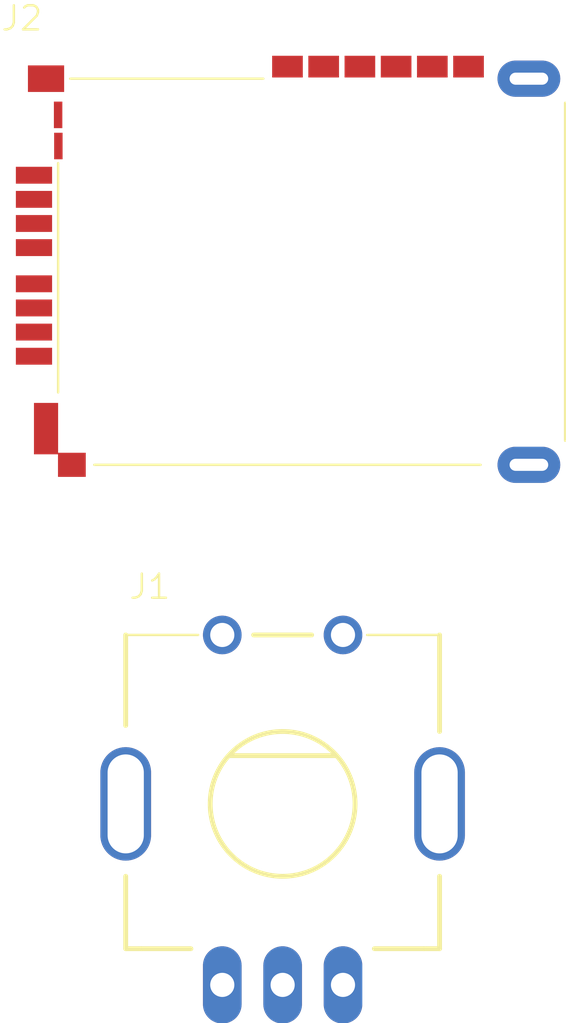
<source format=kicad_pcb>
(kicad_pcb (version 20241229) (generator "pcbnew") (generator_version "9.0")
  (layers (0 "F.Cu" signal) (2 "B.Cu" signal) (13 "F.Paste" user) (15 "B.Paste" user) (5 "F.SilkS" user "F.Silkscreen") (7 "B.SilkS" user "B.Silkscreen") (1 "F.Mask" user) (3 "B.Mask" user) (25 "Edge.Cuts" user))
  (net 0 "")
  (footprint "parts_b1_vohnouta24:encoder" (layer "F.Cu") (at 171.3 105.55)
    (property "Reference" "J1" (at -5.5 -9 0) (layer "F.SilkS") (effects (font (thickness 0.1))))
    (property "Value" "encoder")
    (fp_line (start -6.5 -7) (end -6.5 -3.25) (stroke (width 0.2)) (layer "F.SilkS"))
    (fp_line (start -6.5 -7) (end -3.5 -7) (stroke (width 0.1)) (layer "F.SilkS"))
    (fp_line (start -6.5 3) (end -6.5 6) (stroke (width 0.2)) (layer "F.SilkS"))
    (fp_line (start -5.85 6) (end -6.5 6) (stroke (width 0.2)) (layer "F.SilkS"))
    (fp_line (start -5.85 6) (end -3.8 6) (stroke (width 0.2)) (layer "F.SilkS"))
    (fp_line (start -2.236067 -2.000001) (end 2.236067 -2) (stroke (width 0.2)) (layer "F.SilkS"))
    (fp_line (start -1.2 -7) (end 1.2 -7) (stroke (width 0.2)) (layer "F.SilkS"))
    (fp_line (start 3.8 6) (end 5.85 6) (stroke (width 0.2)) (layer "F.SilkS"))
    (fp_line (start 5.85 6) (end 6.5 6) (stroke (width 0.2)) (layer "F.SilkS"))
    (fp_line (start 6.5 -7) (end 3.5 -7) (stroke (width 0.1)) (layer "F.SilkS"))
    (fp_line (start 6.5 -7) (end 6.5 -3) (stroke (width 0.2)) (layer "F.SilkS"))
    (fp_line (start 6.5 3) (end 6.5 6) (stroke (width 0.2)) (layer "F.SilkS"))
    (fp_circle (center 0 0) (end 3 0) (stroke (width 0.2)) (fill no) (layer "F.SilkS"))
    (pad "" thru_hole oval (at -6.5 0) (size 2.1 4.7) (drill oval 1.5 4.1) (layers "*.Cu" "*.Mask"))
    (pad "" thru_hole circle (at -2.5 -7 270) (size 1.6 1.6) (drill 1) (layers "*.Cu" "*.Mask"))
    (pad "" thru_hole circle (at 2.5 -7 270) (size 1.6 1.6) (drill 1) (layers "*.Cu" "*.Mask"))
    (pad "" thru_hole oval (at 6.5 0) (size 2.1 4.7) (drill oval 1.5 4.1) (layers "*.Cu" "*.Mask"))
    (pad "1" thru_hole oval (at -2.5 7.5) (size 1.6 3.2) (drill 1) (layers "*.Cu" "*.Mask"))
    (pad "2" thru_hole oval (at 2.5 7.5) (size 1.6 3.2) (drill 1) (layers "*.Cu" "*.Mask"))
    (pad "3" thru_hole oval (at 0 7.5) (size 1.6 3.2) (drill 1) (layers "*.Cu" "*.Mask"))
  )
  (footprint "parts_b1_vohnouta24:SIMSD" (layer "F.Cu") (at 169.5 83)
    (property "Reference" "J2" (at -9 -10 0) (layer "F.SilkS") (effects (font (thickness 0.1))))
    (property "Value" "SIMSD")
    (fp_line (start -7.5 5.5) (end -7.5 -4) (stroke (width 0.1)) (layer "F.SilkS"))
    (fp_line (start -7 -7.5) (end 1 -7.5) (stroke (width 0.1)) (layer "F.SilkS"))
    (fp_line (start 10 8.5) (end -6 8.5) (stroke (width 0.1)) (layer "F.SilkS"))
    (fp_line (start 13.5 -6.5) (end 13.5 7.5) (stroke (width 0.1)) (layer "F.SilkS"))
    (pad "1" smd rect (at -8.5 -3.5 180) (size 1.5 0.7) (layers "F.Cu" "F.Mask" "F.Paste"))
    (pad "2" smd rect (at -8.5 -2.5 180) (size 1.5 0.7) (layers "F.Cu" "F.Mask" "F.Paste"))
    (pad "3" smd rect (at -8.5 -1.5 180) (size 1.5 0.7) (layers "F.Cu" "F.Mask" "F.Paste"))
    (pad "4" smd rect (at -8.5 -0.5 180) (size 1.5 0.7) (layers "F.Cu" "F.Mask" "F.Paste"))
    (pad "5" smd rect (at -8.5 1 180) (size 1.5 0.7) (layers "F.Cu" "F.Mask" "F.Paste"))
    (pad "6" smd rect (at -8.5 2 180) (size 1.5 0.7) (layers "F.Cu" "F.Mask" "F.Paste"))
    (pad "7" smd rect (at -8.5 3 180) (size 1.5 0.7) (layers "F.Cu" "F.Mask" "F.Paste"))
    (pad "8" smd rect (at -8.5 4 180) (size 1.5 0.7) (layers "F.Cu" "F.Mask" "F.Paste"))
    (pad "9" smd rect (at -7.5 -6 270) (size 1.1 0.35) (layers "F.Cu" "F.Mask" "F.Paste"))
    (pad "10" smd rect (at -7.49 -4.71 270) (size 1.1 0.35) (layers "F.Cu" "F.Mask" "F.Paste"))
    (pad "11" smd rect (at 9.5 -8 270) (size 0.9 1.27) (layers "F.Cu" "F.Mask" "F.Paste"))
    (pad "12" smd rect (at 6.5 -8 270) (size 0.9 1.27) (layers "F.Cu" "F.Mask" "F.Paste"))
    (pad "13" smd rect (at 3.5 -8 270) (size 0.9 1.27) (layers "F.Cu" "F.Mask" "F.Paste"))
    (pad "14" smd rect (at 8 -8 270) (size 0.9 1.27) (layers "F.Cu" "F.Mask" "F.Paste"))
    (pad "15" smd rect (at 5 -8 270) (size 0.9 1.27) (layers "F.Cu" "F.Mask" "F.Paste"))
    (pad "16" smd rect (at 2 -8 270) (size 0.9 1.27) (layers "F.Cu" "F.Mask" "F.Paste"))
    (pad "SH" smd rect (at -8 -7.5) (size 1.5 1.1) (layers "F.Cu" "F.Mask" "F.Paste"))
    (pad "SH" smd rect (at -8 7) (size 1 2.13) (layers "F.Cu" "F.Mask" "F.Paste"))
    (pad "SH" smd rect (at -6.93 8.5) (size 1.15 1) (layers "F.Cu" "F.Mask" "F.Paste"))
    (pad "SH" thru_hole oval (at 12 -7.5) (size 2.6 1.5) (drill oval 1.6 0.5) (layers "*.Cu" "*.Mask"))
    (pad "SH" thru_hole oval (at 12 8.5) (size 2.6 1.5) (drill oval 1.6 0.5) (layers "*.Cu" "*.Mask"))
  )
)
</source>
